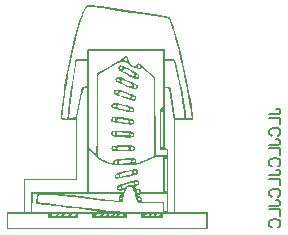
<source format=gbo>
G04 Layer: BottomSilkscreenLayer*
G04 EasyEDA v6.5.39, 2024-01-14 11:16:20*
G04 7225f5b682534d558e40c38ebd35b67e,4e7111fa6b144b4da7037494b399c203,10*
G04 Gerber Generator version 0.2*
G04 Scale: 100 percent, Rotated: No, Reflected: No *
G04 Dimensions in millimeters *
G04 leading zeros omitted , absolute positions ,4 integer and 5 decimal *
%FSLAX45Y45*%
%MOMM*%

%ADD10C,0.1530*%

%LPD*%
G36*
X3278886Y3379978D02*
G01*
X3275076Y3379774D01*
X3272028Y3379317D01*
X3269640Y3378708D01*
X3267659Y3377895D01*
X3266084Y3376879D01*
X3262731Y3373729D01*
X3258769Y3369462D01*
X3253536Y3362299D01*
X3247999Y3353003D01*
X3242157Y3341674D01*
X3236061Y3328415D01*
X3229660Y3313328D01*
X3223107Y3296462D01*
X3216351Y3277971D01*
X3209391Y3257905D01*
X3202330Y3236417D01*
X3195167Y3213608D01*
X3184245Y3177032D01*
X3176879Y3151225D01*
X3167684Y3117596D01*
X3160369Y3089656D01*
X3149447Y3046323D01*
X3142234Y3016656D01*
X3133394Y2978759D01*
X3123082Y2932430D01*
X3114802Y2893364D01*
X3105302Y2846222D01*
X3097834Y2806852D01*
X3092196Y2775508D01*
X3084271Y2728925D01*
X3077921Y2688132D01*
X3071114Y2636570D01*
X3063849Y2574798D01*
X3057144Y2512263D01*
X3051962Y2458466D01*
X3050336Y2437790D01*
X3049320Y2418892D01*
X3060344Y2418892D01*
X3065018Y2462987D01*
X3075940Y2574442D01*
X3080156Y2610612D01*
X3084220Y2641955D01*
X3088843Y2674162D01*
X3094939Y2713837D01*
X3104032Y2768041D01*
X3108960Y2795574D01*
X3116783Y2837180D01*
X3122269Y2864967D01*
X3132277Y2913634D01*
X3139694Y2948178D01*
X3148939Y2989173D01*
X3156813Y3022803D01*
X3173018Y3088081D01*
X3186226Y3137712D01*
X3194558Y3167278D01*
X3202889Y3195624D01*
X3209493Y3217265D01*
X3219399Y3247898D01*
X3225952Y3266998D01*
X3232404Y3284931D01*
X3238754Y3301644D01*
X3245053Y3317138D01*
X3265678Y3363823D01*
X3302914Y3363010D01*
X3312312Y3362451D01*
X3336798Y3360216D01*
X3366109Y3356914D01*
X3396742Y3352800D01*
X3534308Y3332429D01*
X3645458Y3316274D01*
X3736187Y3302101D01*
X3785158Y3294786D01*
X3905656Y3277666D01*
X3919220Y3275380D01*
X3930650Y3273044D01*
X3940251Y3270453D01*
X3944467Y3269030D01*
X3951732Y3265779D01*
X3954881Y3263900D01*
X3957777Y3261867D01*
X3962806Y3257194D01*
X3967073Y3251555D01*
X3970782Y3244850D01*
X3974236Y3236874D01*
X3977589Y3227527D01*
X3991305Y3184652D01*
X4002430Y3147161D01*
X4014470Y3103270D01*
X4028897Y3047695D01*
X4043934Y2987040D01*
X4057497Y2930042D01*
X4071061Y2871368D01*
X4087571Y2797200D01*
X4100118Y2738577D01*
X4114647Y2667965D01*
X4126280Y2608580D01*
X4135120Y2560370D01*
X4142333Y2517597D01*
X4147718Y2481376D01*
X4149598Y2466035D01*
X4154424Y2418892D01*
X4105097Y2418892D01*
X4105046Y2446934D01*
X4104335Y2458770D01*
X4102709Y2474569D01*
X4097070Y2516276D01*
X4088841Y2568346D01*
X4078732Y2626969D01*
X4070299Y2672994D01*
X4060037Y2726537D01*
X4051147Y2770530D01*
X4039717Y2823565D01*
X4034383Y2846578D01*
X4029405Y2866644D01*
X4024884Y2883306D01*
X4020921Y2895955D01*
X4018991Y2901188D01*
X4016959Y2905709D01*
X4014774Y2909620D01*
X4012336Y2912922D01*
X4009542Y2915716D01*
X4006392Y2918002D01*
X4002735Y2919882D01*
X3998569Y2921304D01*
X3993743Y2922422D01*
X3988206Y2923235D01*
X3981907Y2923794D01*
X3966616Y2924302D01*
X3926128Y2924454D01*
X3926128Y3008782D01*
X3272993Y3005683D01*
X3272334Y2990646D01*
X3914190Y2990646D01*
X3914190Y2906369D01*
X3976878Y2906318D01*
X3986174Y2905963D01*
X3993286Y2905302D01*
X3998620Y2904134D01*
X4002481Y2902356D01*
X4005275Y2899918D01*
X4007459Y2896565D01*
X4009999Y2890266D01*
X4013454Y2878632D01*
X4017721Y2861919D01*
X4022648Y2840786D01*
X4033926Y2788005D01*
X4046423Y2725369D01*
X4062171Y2641244D01*
X4073804Y2575610D01*
X4083456Y2517038D01*
X4087266Y2492044D01*
X4090212Y2470810D01*
X4092194Y2453894D01*
X4093108Y2442006D01*
X4093108Y2418892D01*
X4042562Y2418943D01*
X4033164Y2419248D01*
X4026255Y2419908D01*
X4021378Y2421178D01*
X4018026Y2423160D01*
X4015841Y2426106D01*
X4014317Y2430119D01*
X4012234Y2439771D01*
X4005275Y2481529D01*
X3994759Y2547162D01*
X3976014Y2668930D01*
X3973880Y2685186D01*
X3972001Y2686964D01*
X3966870Y2688386D01*
X3959250Y2689352D01*
X3950004Y2689707D01*
X3926128Y2689707D01*
X3926128Y2906369D01*
X3914190Y2906369D01*
X3914190Y2528163D01*
X3884371Y2492400D01*
X3884371Y2313330D01*
X3896309Y2313330D01*
X3896410Y2379878D01*
X3896766Y2420010D01*
X3897477Y2449779D01*
X3897934Y2461310D01*
X3898544Y2470810D01*
X3899306Y2478532D01*
X3900170Y2484678D01*
X3901186Y2489403D01*
X3902405Y2492908D01*
X3903726Y2495448D01*
X3905250Y2497124D01*
X3906824Y2498140D01*
X3907586Y2498242D01*
X3908856Y2497683D01*
X3909466Y2496870D01*
X3910482Y2494178D01*
X3911346Y2489758D01*
X3912108Y2483408D01*
X3913174Y2464003D01*
X3913784Y2434082D01*
X3914089Y2391816D01*
X3914140Y2292451D01*
X3913886Y2247138D01*
X3913327Y2213914D01*
X3912311Y2190953D01*
X3911650Y2182774D01*
X3910888Y2176526D01*
X3909923Y2171954D01*
X3908806Y2168855D01*
X3907536Y2167026D01*
X3926128Y2166924D01*
X3926128Y2677668D01*
X3948734Y2677871D01*
X3952951Y2677718D01*
X3955287Y2677007D01*
X3956405Y2676347D01*
X3958386Y2674264D01*
X3960266Y2670911D01*
X3962095Y2666034D01*
X3963873Y2659329D01*
X3965803Y2650540D01*
X3967886Y2639364D01*
X3972814Y2608732D01*
X4003649Y2400757D01*
X4003649Y1630476D01*
X3956100Y1630476D01*
X3952951Y2163114D01*
X3926128Y2166924D01*
X3907393Y2166924D01*
X3906062Y2166213D01*
X3904437Y2166213D01*
X3902964Y2166975D01*
X3901694Y2168753D01*
X3900576Y2171750D01*
X3899662Y2176119D01*
X3898849Y2182114D01*
X3897629Y2199792D01*
X3896868Y2226411D01*
X3896461Y2263698D01*
X3896309Y2313330D01*
X3884371Y2313330D01*
X3884371Y2154072D01*
X3944010Y2154072D01*
X3944010Y2105914D01*
X3848608Y2105914D01*
X3848049Y2770987D01*
X3802837Y2807512D01*
X3785209Y2822498D01*
X3766972Y2838450D01*
X3730396Y2871673D01*
X3724046Y2877108D01*
X3718610Y2881325D01*
X3713987Y2884322D01*
X3710025Y2886151D01*
X3706520Y2886913D01*
X3703370Y2886608D01*
X3700322Y2885338D01*
X3697325Y2883204D01*
X3694074Y2880156D01*
X3690518Y2876296D01*
X3686251Y2872130D01*
X3681831Y2868879D01*
X3677259Y2866491D01*
X3672636Y2865018D01*
X3667912Y2864408D01*
X3663238Y2864612D01*
X3658565Y2865678D01*
X3653942Y2867507D01*
X3649472Y2870098D01*
X3645154Y2873502D01*
X3641039Y2877616D01*
X3637127Y2882442D01*
X3633520Y2887980D01*
X3630269Y2894177D01*
X3627323Y2901035D01*
X3622294Y2916682D01*
X3619754Y2923794D01*
X3617163Y2930042D01*
X3614572Y2935274D01*
X3611829Y2939643D01*
X3608984Y2943047D01*
X3605987Y2945587D01*
X3602837Y2947162D01*
X3599434Y2947924D01*
X3595827Y2947771D01*
X3591966Y2946704D01*
X3587800Y2944825D01*
X3583279Y2942132D01*
X3578453Y2938576D01*
X3573272Y2934157D01*
X3565651Y2927197D01*
X3559681Y2922473D01*
X3583178Y2922473D01*
X3584448Y2925826D01*
X3587750Y2929331D01*
X3591763Y2931718D01*
X3595928Y2932633D01*
X3599942Y2932176D01*
X3603548Y2930550D01*
X3606393Y2927908D01*
X3608324Y2924505D01*
X3608933Y2920492D01*
X3608070Y2916021D01*
X3604107Y2909265D01*
X3599129Y2906776D01*
X3593287Y2908554D01*
X3586784Y2914599D01*
X3583990Y2918866D01*
X3583178Y2922473D01*
X3559681Y2922473D01*
X3552139Y2917088D01*
X3531158Y2903169D01*
X3504641Y2886659D01*
X3474618Y2868777D01*
X3450894Y2855214D01*
X3354527Y2801061D01*
X3352037Y2395016D01*
X3351276Y2322728D01*
X3350310Y2258212D01*
X3349193Y2203602D01*
X3348024Y2161032D01*
X3346805Y2132533D01*
X3346196Y2124252D01*
X3345484Y2119985D01*
X3343910Y2119579D01*
X3341471Y2120392D01*
X3338169Y2122322D01*
X3334258Y2125268D01*
X3329736Y2129129D01*
X3324860Y2133752D01*
X3319627Y2139086D01*
X3288131Y2175154D01*
X3287877Y2990646D01*
X3272334Y2990646D01*
X3269437Y2924454D01*
X3212846Y2924352D01*
X3195523Y2923540D01*
X3188157Y2922930D01*
X3181908Y2922117D01*
X3177032Y2921254D01*
X3173679Y2920238D01*
X3172053Y2919222D01*
X3170834Y2914700D01*
X3168802Y2904286D01*
X3162808Y2868574D01*
X3154934Y2817672D01*
X3146044Y2757170D01*
X3134614Y2676702D01*
X3126282Y2615234D01*
X3119577Y2562453D01*
X3109620Y2477058D01*
X3105708Y2447340D01*
X3103981Y2437180D01*
X3102254Y2429713D01*
X3100233Y2424176D01*
X3119018Y2424176D01*
X3123234Y2481732D01*
X3126994Y2515768D01*
X3133140Y2565806D01*
X3140913Y2626207D01*
X3151733Y2707690D01*
X3160369Y2770936D01*
X3168243Y2826410D01*
X3174492Y2868422D01*
X3176828Y2882696D01*
X3179368Y2895244D01*
X3180842Y2899308D01*
X3183178Y2902204D01*
X3186836Y2904236D01*
X3192424Y2905455D01*
X3200400Y2906115D01*
X3211322Y2906369D01*
X3269996Y2906369D01*
X3269996Y2690469D01*
X3225241Y2686710D01*
X3177438Y2427935D01*
X3119018Y2424176D01*
X3100233Y2424176D01*
X3098393Y2421178D01*
X3097276Y2420061D01*
X3096056Y2419299D01*
X3094685Y2418791D01*
X3091688Y2418435D01*
X3083763Y2418842D01*
X3049320Y2418892D01*
X3049422Y2415590D01*
X3049981Y2413609D01*
X3051098Y2411933D01*
X3052927Y2410561D01*
X3055569Y2409494D01*
X3059277Y2408631D01*
X3064205Y2407970D01*
X3070402Y2407462D01*
X3087522Y2406954D01*
X3174542Y2406853D01*
X3174542Y1907286D01*
X2733141Y1907286D01*
X2733141Y1630476D01*
X2745079Y1630476D01*
X2745079Y1895297D01*
X3186480Y1895297D01*
X3187649Y2427935D01*
X3220567Y2591917D01*
X3228746Y2630728D01*
X3231997Y2644546D01*
X3234791Y2655112D01*
X3237382Y2662986D01*
X3239871Y2668574D01*
X3242411Y2672232D01*
X3243732Y2673502D01*
X3245104Y2674467D01*
X3248152Y2675686D01*
X3251606Y2676347D01*
X3269996Y2678480D01*
X3269996Y1792935D01*
X3287877Y1792935D01*
X3288131Y2070100D01*
X3288588Y2125776D01*
X3289198Y2152700D01*
X3289401Y2153920D01*
X3296665Y2147417D01*
X3341904Y2103780D01*
X3359353Y2103780D01*
X3362451Y2787599D01*
X3470401Y2850997D01*
X3531006Y2885795D01*
X3557473Y2900324D01*
X3563569Y2903372D01*
X3567887Y2904998D01*
X3571036Y2905302D01*
X3573678Y2904540D01*
X3576523Y2902864D01*
X3580129Y2900375D01*
X3584549Y2898089D01*
X3589985Y2896209D01*
X3595725Y2894939D01*
X3601059Y2894431D01*
X3607003Y2892755D01*
X3614369Y2888183D01*
X3622243Y2881477D01*
X3629660Y2873298D01*
X3633978Y2868117D01*
X3639780Y2862275D01*
X3696360Y2862275D01*
X3696919Y2864916D01*
X3701592Y2868726D01*
X3708298Y2870098D01*
X3714953Y2869031D01*
X3719576Y2865475D01*
X3720337Y2862935D01*
X3720185Y2859633D01*
X3719169Y2855925D01*
X3717442Y2852318D01*
X3714445Y2848406D01*
X3711498Y2847035D01*
X3707841Y2848203D01*
X3702964Y2851810D01*
X3699611Y2855264D01*
X3697325Y2858871D01*
X3696360Y2862275D01*
X3639780Y2862275D01*
X3642207Y2860090D01*
X3646220Y2857195D01*
X3650183Y2854960D01*
X3654247Y2853436D01*
X3658362Y2852521D01*
X3669995Y2851454D01*
X3678174Y2849372D01*
X3686048Y2846273D01*
X3700221Y2837891D01*
X3706774Y2836011D01*
X3713530Y2836621D01*
X3729482Y2842717D01*
X3735679Y2843580D01*
X3741064Y2842209D01*
X3746500Y2838653D01*
X3774795Y2814472D01*
X3836619Y2760929D01*
X3836517Y2329230D01*
X3836111Y2247493D01*
X3835349Y2186482D01*
X3834841Y2163013D01*
X3833469Y2128621D01*
X3832606Y2117090D01*
X3831590Y2108911D01*
X3830472Y2103780D01*
X3829862Y2102307D01*
X3829202Y2101443D01*
X3824833Y2098649D01*
X3817264Y2094585D01*
X3794760Y2083612D01*
X3766616Y2070709D01*
X3731107Y2055215D01*
X3708400Y2046071D01*
X3697986Y2042566D01*
X3690213Y2041093D01*
X3686200Y2042261D01*
X3685082Y2047189D01*
X3686606Y2060854D01*
X3686759Y2064512D01*
X3686606Y2067864D01*
X3686048Y2070811D01*
X3685133Y2073503D01*
X3683762Y2075891D01*
X3681933Y2077923D01*
X3679596Y2079701D01*
X3676700Y2081174D01*
X3673246Y2082393D01*
X3669233Y2083358D01*
X3664559Y2084019D01*
X3659174Y2084476D01*
X3646322Y2084679D01*
X3630422Y2084019D01*
X3611118Y2082596D01*
X3563112Y2078024D01*
X3543960Y2075891D01*
X3528771Y2073859D01*
X3516934Y2071776D01*
X3508044Y2069541D01*
X3504488Y2068322D01*
X3501491Y2067001D01*
X3499002Y2065578D01*
X3496868Y2064054D01*
X3495141Y2062378D01*
X3493668Y2060549D01*
X3491382Y2056384D01*
X3489581Y2052015D01*
X3503574Y2052015D01*
X3505250Y2055266D01*
X3508908Y2057146D01*
X3514547Y2057755D01*
X3520236Y2057146D01*
X3523843Y2055266D01*
X3525520Y2052015D01*
X3525421Y2048916D01*
X3538372Y2048916D01*
X3539032Y2056130D01*
X3541318Y2060702D01*
X3545636Y2063089D01*
X3552444Y2063800D01*
X3560775Y2064105D01*
X3587800Y2066137D01*
X3614623Y2068830D01*
X3623360Y2069490D01*
X3629863Y2069592D01*
X3634384Y2069084D01*
X3637279Y2067864D01*
X3638905Y2065832D01*
X3639667Y2062937D01*
X3639820Y2059076D01*
X3639700Y2057349D01*
X3652672Y2057349D01*
X3652774Y2061768D01*
X3654755Y2067661D01*
X3657803Y2071725D01*
X3661562Y2073960D01*
X3665524Y2074519D01*
X3669334Y2073300D01*
X3672535Y2070404D01*
X3674770Y2065883D01*
X3675634Y2059787D01*
X3674668Y2056688D01*
X3671976Y2054098D01*
X3668064Y2052370D01*
X3663238Y2051761D01*
X3657904Y2052370D01*
X3654399Y2054250D01*
X3652672Y2057349D01*
X3639700Y2057349D01*
X3639565Y2055418D01*
X3638600Y2052472D01*
X3636772Y2050084D01*
X3633774Y2048154D01*
X3629355Y2046579D01*
X3623360Y2045258D01*
X3615486Y2044090D01*
X3583584Y2040432D01*
X3554831Y2036622D01*
X3546246Y2035759D01*
X3541268Y2037080D01*
X3538982Y2041245D01*
X3538372Y2048916D01*
X3525421Y2048916D01*
X3525367Y2047239D01*
X3523894Y2043175D01*
X3521354Y2039823D01*
X3518154Y2037537D01*
X3514547Y2036724D01*
X3510991Y2037537D01*
X3507740Y2039823D01*
X3505250Y2043175D01*
X3503777Y2047239D01*
X3503574Y2052015D01*
X3489581Y2052015D01*
X3488080Y2048459D01*
X3485642Y2043938D01*
X3483406Y2040839D01*
X3481679Y2039721D01*
X3479088Y2040026D01*
X3471113Y2042109D01*
X3460191Y2045970D01*
X3447186Y2051202D01*
X3432962Y2057349D01*
X3418433Y2064004D01*
X3404412Y2070811D01*
X3391814Y2077364D01*
X3381552Y2083206D01*
X3377539Y2085746D01*
X3374440Y2087981D01*
X3372307Y2089861D01*
X3359353Y2103780D01*
X3341904Y2103780D01*
X3361690Y2084882D01*
X3370986Y2076704D01*
X3379470Y2069896D01*
X3387750Y2064257D01*
X3396335Y2059381D01*
X3405682Y2054961D01*
X3416452Y2050643D01*
X3429050Y2046071D01*
X3467811Y2033270D01*
X3487216Y2027936D01*
X3496310Y2026056D01*
X3505454Y2024583D01*
X3515106Y2023465D01*
X3525621Y2022703D01*
X3537407Y2022195D01*
X3566312Y2021789D01*
X3610152Y2021992D01*
X3625443Y2022246D01*
X3639261Y2022754D01*
X3651961Y2023465D01*
X3663645Y2024481D01*
X3674567Y2025853D01*
X3684981Y2027580D01*
X3695039Y2029714D01*
X3704996Y2032355D01*
X3715054Y2035454D01*
X3725367Y2039162D01*
X3736289Y2043480D01*
X3747871Y2048408D01*
X3807714Y2076094D01*
X3821785Y2082088D01*
X3833825Y2086610D01*
X3844442Y2089861D01*
X3854246Y2092045D01*
X3863898Y2093264D01*
X3873957Y2093823D01*
X3914190Y2093874D01*
X3914190Y1913229D01*
X3926128Y1913229D01*
X3926332Y2011121D01*
X3926890Y2048052D01*
X3927398Y2061616D01*
X3928059Y2072335D01*
X3928872Y2080463D01*
X3929837Y2086406D01*
X3931056Y2090369D01*
X3932478Y2092756D01*
X3933291Y2093417D01*
X3934155Y2093772D01*
X3936034Y2093772D01*
X3936898Y2093417D01*
X3938422Y2091740D01*
X3939743Y2088642D01*
X3940810Y2083714D01*
X3941724Y2076704D01*
X3942435Y2067306D01*
X3942994Y2055215D01*
X3943705Y2021687D01*
X3944010Y1973630D01*
X3943807Y1875739D01*
X3943248Y1838807D01*
X3942740Y1825243D01*
X3942079Y1814525D01*
X3941318Y1806346D01*
X3940301Y1800453D01*
X3939082Y1796440D01*
X3938422Y1795068D01*
X3936898Y1793443D01*
X3935069Y1792935D01*
X3933291Y1793443D01*
X3932478Y1794103D01*
X3931056Y1796440D01*
X3929837Y1800453D01*
X3928872Y1806346D01*
X3928059Y1814525D01*
X3927398Y1825243D01*
X3926535Y1855520D01*
X3926128Y1913229D01*
X3914190Y1913229D01*
X3914190Y1792935D01*
X3775811Y1793087D01*
X3755898Y1793443D01*
X3741775Y1794103D01*
X3732428Y1795322D01*
X3729278Y1796135D01*
X3726942Y1797151D01*
X3725316Y1798320D01*
X3724249Y1799691D01*
X3723690Y1801266D01*
X3722827Y1809800D01*
X3721354Y1813814D01*
X3718763Y1817166D01*
X3715105Y1819910D01*
X3710330Y1822094D01*
X3704386Y1823770D01*
X3697224Y1824837D01*
X3688842Y1825447D01*
X3681222Y1826361D01*
X3675887Y1828190D01*
X3672738Y1830832D01*
X3671824Y1834083D01*
X3673094Y1837791D01*
X3676599Y1841703D01*
X3682237Y1845665D01*
X3700221Y1854555D01*
X3706774Y1859788D01*
X3710330Y1865782D01*
X3711397Y1873148D01*
X3711295Y1877568D01*
X3710940Y1881581D01*
X3710381Y1885086D01*
X3709466Y1888185D01*
X3708196Y1890826D01*
X3706520Y1893011D01*
X3704386Y1894789D01*
X3701745Y1896160D01*
X3698544Y1897075D01*
X3694785Y1897583D01*
X3690365Y1897684D01*
X3685235Y1897380D01*
X3672789Y1895500D01*
X3657041Y1891995D01*
X3637635Y1886864D01*
X3590239Y1873199D01*
X3570732Y1867255D01*
X3555237Y1862226D01*
X3543300Y1857857D01*
X3534460Y1853844D01*
X3531006Y1851914D01*
X3528212Y1849983D01*
X3525926Y1848053D01*
X3524148Y1846072D01*
X3522827Y1844039D01*
X3521811Y1841855D01*
X3521151Y1839569D01*
X3520592Y1834438D01*
X3520541Y1831543D01*
X3520878Y1828647D01*
X3533394Y1828647D01*
X3533495Y1833067D01*
X3535476Y1838960D01*
X3538524Y1843024D01*
X3542233Y1845259D01*
X3546195Y1845767D01*
X3550005Y1844598D01*
X3550347Y1844293D01*
X3565956Y1844293D01*
X3566210Y1847240D01*
X3567480Y1849831D01*
X3569970Y1852218D01*
X3573881Y1854504D01*
X3579266Y1856790D01*
X3586429Y1859280D01*
X3609390Y1866087D01*
X3631133Y1871980D01*
X3639362Y1873910D01*
X3646068Y1875129D01*
X3651453Y1875688D01*
X3655669Y1875536D01*
X3658870Y1874774D01*
X3661308Y1873300D01*
X3663257Y1870811D01*
X3676599Y1870811D01*
X3676650Y1875231D01*
X3678631Y1881073D01*
X3681679Y1885137D01*
X3685387Y1887423D01*
X3689350Y1887931D01*
X3693160Y1886712D01*
X3696411Y1883867D01*
X3698646Y1879346D01*
X3699459Y1873199D01*
X3698494Y1870100D01*
X3695801Y1867560D01*
X3691890Y1865833D01*
X3687114Y1865172D01*
X3681780Y1865782D01*
X3678275Y1867662D01*
X3676599Y1870811D01*
X3663257Y1870811D01*
X3664407Y1868424D01*
X3665423Y1865071D01*
X3666794Y1857806D01*
X3664965Y1854250D01*
X3658615Y1853692D01*
X3639769Y1856232D01*
X3633978Y1856536D01*
X3628694Y1856282D01*
X3623614Y1855317D01*
X3618585Y1853692D01*
X3613353Y1851304D01*
X3607765Y1848104D01*
X3592626Y1838096D01*
X3585514Y1833778D01*
X3579926Y1831086D01*
X3575659Y1829968D01*
X3572408Y1830374D01*
X3569970Y1832356D01*
X3568090Y1835861D01*
X3566566Y1840839D01*
X3565956Y1844293D01*
X3550347Y1844293D01*
X3553256Y1841703D01*
X3555492Y1837182D01*
X3556304Y1831086D01*
X3555339Y1827936D01*
X3552698Y1825396D01*
X3548735Y1823669D01*
X3543909Y1823059D01*
X3538575Y1823669D01*
X3535070Y1825548D01*
X3533394Y1828647D01*
X3520878Y1828647D01*
X3521303Y1824989D01*
X3523589Y1819402D01*
X3527247Y1814931D01*
X3532124Y1811528D01*
X3538118Y1809394D01*
X3545128Y1808480D01*
X3552951Y1808937D01*
X3571290Y1813255D01*
X3576929Y1813255D01*
X3579520Y1810512D01*
X3580129Y1803247D01*
X3579622Y1800860D01*
X3578250Y1798878D01*
X3575507Y1797304D01*
X3570935Y1795983D01*
X3564128Y1794967D01*
X3554628Y1794256D01*
X3541979Y1793697D01*
X3505403Y1793087D01*
X3434029Y1792935D01*
X2792831Y1792935D01*
X2792831Y1630476D01*
X2804363Y1630476D01*
X2807716Y1777898D01*
X2847949Y1781810D01*
X2847352Y1777644D01*
X3080461Y1777746D01*
X3084779Y1778304D01*
X3111042Y1779219D01*
X3157423Y1779981D01*
X3219805Y1780489D01*
X3340150Y1780641D01*
X3443884Y1780336D01*
X3481222Y1780032D01*
X3510076Y1779524D01*
X3531311Y1778812D01*
X3545789Y1777898D01*
X3554476Y1776730D01*
X3556914Y1776018D01*
X3558184Y1775256D01*
X3558489Y1774850D01*
X3558286Y1773936D01*
X3557270Y1772920D01*
X3548938Y1767738D01*
X3543554Y1763318D01*
X3539540Y1758696D01*
X3536797Y1753819D01*
X3535375Y1748688D01*
X3535265Y1744827D01*
X3550361Y1744827D01*
X3551072Y1749653D01*
X3553053Y1753463D01*
X3556101Y1755952D01*
X3559962Y1756867D01*
X3563874Y1756257D01*
X3566160Y1754428D01*
X3566871Y1751431D01*
X3565906Y1747316D01*
X3562553Y1737004D01*
X3562299Y1735277D01*
X3561791Y1734312D01*
X3560521Y1733499D01*
X3558641Y1732991D01*
X3556304Y1732788D01*
X3554018Y1733702D01*
X3552088Y1736293D01*
X3550818Y1740154D01*
X3550361Y1744827D01*
X3535265Y1744827D01*
X3535222Y1743303D01*
X3536391Y1737715D01*
X3538880Y1731924D01*
X3540760Y1728114D01*
X3541826Y1725320D01*
X3541826Y1723339D01*
X3540556Y1722120D01*
X3537915Y1721612D01*
X3533648Y1721713D01*
X3474059Y1729130D01*
X3376980Y1740560D01*
X3214471Y1759305D01*
X3141980Y1768246D01*
X3114040Y1771954D01*
X3093618Y1774952D01*
X3082239Y1777034D01*
X3080410Y1777644D01*
X2847352Y1777644D01*
X2842920Y1746656D01*
X2838958Y1722729D01*
X2837533Y1715262D01*
X2852826Y1715262D01*
X2853080Y1722374D01*
X2853944Y1732432D01*
X2855366Y1744421D01*
X2859532Y1774901D01*
X2922981Y1774799D01*
X2946044Y1773936D01*
X2971342Y1772259D01*
X3003194Y1769516D01*
X3043631Y1765554D01*
X3158032Y1752955D01*
X3410254Y1723593D01*
X3473856Y1716430D01*
X3522218Y1711299D01*
X3551580Y1708708D01*
X3556609Y1708962D01*
X3560724Y1709877D01*
X3564128Y1711858D01*
X3567176Y1715363D01*
X3570020Y1720799D01*
X3572916Y1728470D01*
X3576218Y1738884D01*
X3585565Y1770938D01*
X3592880Y1795068D01*
X3598875Y1813763D01*
X3602329Y1823161D01*
X3604615Y1828038D01*
X3607104Y1831848D01*
X3609949Y1834692D01*
X3613353Y1836775D01*
X3617518Y1838248D01*
X3622700Y1839264D01*
X3633622Y1840331D01*
X3641293Y1840484D01*
X3644493Y1840077D01*
X3647389Y1839163D01*
X3649979Y1837689D01*
X3652418Y1835505D01*
X3654755Y1832508D01*
X3657092Y1828546D01*
X3659428Y1823618D01*
X3661918Y1817522D01*
X3666219Y1805228D01*
X3688486Y1805228D01*
X3690162Y1808530D01*
X3693769Y1810410D01*
X3699459Y1811020D01*
X3705148Y1810410D01*
X3708755Y1808530D01*
X3710432Y1805228D01*
X3710279Y1800504D01*
X3708755Y1796389D01*
X3706266Y1793036D01*
X3703015Y1790801D01*
X3699459Y1789938D01*
X3695903Y1790801D01*
X3692651Y1793036D01*
X3690162Y1796389D01*
X3688638Y1800504D01*
X3688486Y1805228D01*
X3666219Y1805228D01*
X3670757Y1791360D01*
X3678107Y1767738D01*
X3690518Y1767738D01*
X3709111Y1774901D01*
X3714496Y1776018D01*
X3722115Y1777034D01*
X3743401Y1778762D01*
X3771696Y1779981D01*
X3805631Y1780743D01*
X3824325Y1780895D01*
X3944010Y1780895D01*
X3943908Y1675384D01*
X3943451Y1654556D01*
X3942994Y1647088D01*
X3942283Y1641348D01*
X3941368Y1637131D01*
X3940200Y1634134D01*
X3938727Y1632204D01*
X3936898Y1631086D01*
X3934714Y1630578D01*
X3932123Y1630476D01*
X3928516Y1630680D01*
X3925671Y1631696D01*
X3923588Y1633728D01*
X3922064Y1637233D01*
X3921099Y1642516D01*
X3920490Y1649933D01*
X3920134Y1672589D01*
X3920134Y1714703D01*
X3732123Y1714703D01*
X3732225Y1734210D01*
X3732072Y1739950D01*
X3731564Y1744624D01*
X3730447Y1748434D01*
X3728618Y1751533D01*
X3725976Y1754124D01*
X3722319Y1756410D01*
X3717493Y1758543D01*
X3690518Y1767738D01*
X3678107Y1767738D01*
X3686843Y1739544D01*
X3699459Y1739544D01*
X3700373Y1741576D01*
X3702964Y1743252D01*
X3706723Y1744370D01*
X3711397Y1744827D01*
X3718610Y1742846D01*
X3722776Y1737918D01*
X3723233Y1731416D01*
X3719423Y1724812D01*
X3714394Y1724050D01*
X3707739Y1727504D01*
X3701948Y1733245D01*
X3699459Y1739544D01*
X3686843Y1739544D01*
X3697325Y1705711D01*
X3908247Y1702409D01*
X3908247Y1630476D01*
X3636518Y1630578D01*
X3589121Y1630984D01*
X3568242Y1631391D01*
X3539032Y1632407D01*
X3520186Y1633321D01*
X3496513Y1634896D01*
X3455873Y1638401D01*
X3408375Y1643380D01*
X3349904Y1650034D01*
X3184956Y1669643D01*
X3035249Y1687830D01*
X2928061Y1701292D01*
X2891485Y1706168D01*
X2859176Y1710893D01*
X2853334Y1712214D01*
X2852826Y1715262D01*
X2837533Y1715262D01*
X2836468Y1710182D01*
X2835554Y1704035D01*
X2836164Y1699818D01*
X2838450Y1697431D01*
X2842412Y1696669D01*
X2853182Y1695754D01*
X2906776Y1689607D01*
X3030118Y1674418D01*
X3117291Y1664716D01*
X3178454Y1657553D01*
X3276193Y1645462D01*
X3335426Y1637741D01*
X3381959Y1631340D01*
X3409035Y1627124D01*
X3413150Y1626107D01*
X3412794Y1625498D01*
X3410559Y1625092D01*
X3401415Y1624888D01*
X3387039Y1625396D01*
X3365195Y1626870D01*
X3339236Y1627886D01*
X3298342Y1628749D01*
X3245561Y1629511D01*
X3183788Y1630070D01*
X3116072Y1630375D01*
X2733141Y1630476D01*
X2733141Y1624431D01*
X2589987Y1624431D01*
X2589987Y1612392D01*
X2941929Y1612392D01*
X2941929Y1598726D01*
X2968599Y1598726D01*
X2971749Y1603349D01*
X2976067Y1606854D01*
X2982264Y1609750D01*
X2989529Y1611680D01*
X2997047Y1612392D01*
X3005988Y1612087D01*
X3010357Y1610766D01*
X3010712Y1608023D01*
X3007563Y1603349D01*
X3003245Y1599844D01*
X2997047Y1596999D01*
X2992042Y1595678D01*
X3021177Y1595678D01*
X3022142Y1598218D01*
X3028035Y1603248D01*
X3033572Y1606956D01*
X3039414Y1609648D01*
X3045155Y1611426D01*
X3050438Y1612188D01*
X3054959Y1611884D01*
X3058210Y1610614D01*
X3059938Y1608277D01*
X3059734Y1604873D01*
X3057194Y1601825D01*
X3052013Y1599082D01*
X3050844Y1598726D01*
X3075940Y1598726D01*
X3079140Y1603349D01*
X3083407Y1606854D01*
X3089605Y1609750D01*
X3096920Y1611680D01*
X3104438Y1612392D01*
X3113379Y1612087D01*
X3117748Y1610766D01*
X3118053Y1608023D01*
X3114903Y1603349D01*
X3110585Y1599844D01*
X3104388Y1596999D01*
X3099799Y1595780D01*
X3129076Y1595780D01*
X3129635Y1598320D01*
X3135426Y1603298D01*
X3141268Y1607007D01*
X3147771Y1609750D01*
X3154476Y1611528D01*
X3160877Y1612290D01*
X3166465Y1612036D01*
X3170682Y1610715D01*
X3173069Y1608328D01*
X3173120Y1604873D01*
X3170275Y1601825D01*
X3164484Y1599082D01*
X3156508Y1596999D01*
X3147212Y1595780D01*
X3134614Y1595120D01*
X3129076Y1595780D01*
X3099799Y1595780D01*
X3097123Y1595069D01*
X3089605Y1594358D01*
X3080613Y1594662D01*
X3076244Y1595983D01*
X3075940Y1598726D01*
X3050844Y1598726D01*
X3045002Y1596948D01*
X3036925Y1595729D01*
X3025851Y1595069D01*
X3021177Y1595678D01*
X2992042Y1595678D01*
X2989732Y1595069D01*
X2982214Y1594358D01*
X2973273Y1594662D01*
X2968904Y1595983D01*
X2968599Y1598726D01*
X2941929Y1598726D01*
X2941929Y1576273D01*
X3192424Y1576273D01*
X3192424Y1612392D01*
X3310991Y1612392D01*
X3312826Y1595780D01*
X3343808Y1595780D01*
X3344367Y1598320D01*
X3350158Y1603298D01*
X3356000Y1607007D01*
X3362502Y1609750D01*
X3369259Y1611528D01*
X3375609Y1612290D01*
X3381197Y1612036D01*
X3385413Y1610715D01*
X3387801Y1608328D01*
X3387851Y1604873D01*
X3385058Y1601825D01*
X3379215Y1599082D01*
X3371240Y1596999D01*
X3363493Y1595983D01*
X3403854Y1595983D01*
X3403955Y1598726D01*
X3407156Y1603349D01*
X3411270Y1606854D01*
X3416808Y1609750D01*
X3423158Y1611680D01*
X3429558Y1612392D01*
X3436874Y1612087D01*
X3440328Y1610766D01*
X3440277Y1607972D01*
X3437026Y1603349D01*
X3432962Y1599844D01*
X3427374Y1596999D01*
X3424390Y1596085D01*
X3450691Y1596085D01*
X3451555Y1598879D01*
X3454908Y1603349D01*
X3458464Y1606702D01*
X3462934Y1609293D01*
X3467862Y1611122D01*
X3472840Y1612138D01*
X3477412Y1612290D01*
X3481171Y1611528D01*
X3483762Y1609801D01*
X3484727Y1607007D01*
X3482238Y1602435D01*
X3475786Y1598371D01*
X3468530Y1596034D01*
X3492449Y1596034D01*
X3494532Y1598726D01*
X3500018Y1603197D01*
X3509670Y1609140D01*
X3518154Y1611884D01*
X3524199Y1611223D01*
X3526485Y1607007D01*
X3523996Y1602435D01*
X3517493Y1598371D01*
X3508830Y1595628D01*
X3534460Y1595628D01*
X3535730Y1598269D01*
X3541776Y1603197D01*
X3547364Y1606651D01*
X3554069Y1609496D01*
X3561079Y1611426D01*
X3567480Y1612188D01*
X3574440Y1611985D01*
X3577640Y1610715D01*
X3577437Y1607972D01*
X3574186Y1603349D01*
X3569868Y1599844D01*
X3563569Y1596999D01*
X3556152Y1595069D01*
X3548481Y1594358D01*
X3538524Y1594561D01*
X3534460Y1595628D01*
X3508830Y1595628D01*
X3498037Y1594358D01*
X3493617Y1594713D01*
X3492449Y1596034D01*
X3468530Y1596034D01*
X3466795Y1595475D01*
X3456635Y1594358D01*
X3452368Y1594713D01*
X3450691Y1596085D01*
X3424390Y1596085D01*
X3421075Y1595069D01*
X3414674Y1594358D01*
X3407308Y1594662D01*
X3403854Y1595983D01*
X3363493Y1595983D01*
X3349345Y1595120D01*
X3343808Y1595780D01*
X3312826Y1595780D01*
X3314750Y1579321D01*
X3604006Y1576070D01*
X3604006Y1612392D01*
X3729278Y1612392D01*
X3729278Y1606397D01*
X3741216Y1606397D01*
X3741724Y1608734D01*
X3743045Y1610614D01*
X3745077Y1611934D01*
X3747515Y1612392D01*
X3749700Y1611934D01*
X3750919Y1610614D01*
X3751072Y1608734D01*
X3750157Y1606397D01*
X3748532Y1604060D01*
X3746804Y1602130D01*
X3745179Y1600860D01*
X3743858Y1600352D01*
X3742842Y1600860D01*
X3741978Y1602130D01*
X3741420Y1604060D01*
X3741216Y1606397D01*
X3729278Y1606397D01*
X3729278Y1595932D01*
X3759911Y1595932D01*
X3761536Y1598574D01*
X3767734Y1603552D01*
X3773982Y1607616D01*
X3780231Y1610512D01*
X3786124Y1612188D01*
X3791204Y1612747D01*
X3795064Y1612138D01*
X3797249Y1610360D01*
X3797300Y1607464D01*
X3794912Y1603349D01*
X3790797Y1599895D01*
X3785057Y1597050D01*
X3780952Y1595882D01*
X3807053Y1595882D01*
X3809085Y1598523D01*
X3815435Y1603552D01*
X3821379Y1607566D01*
X3826967Y1610461D01*
X3831894Y1612138D01*
X3835857Y1612696D01*
X3838651Y1612087D01*
X3839870Y1610309D01*
X3839311Y1607413D01*
X3836619Y1603349D01*
X3832758Y1599895D01*
X3827678Y1597050D01*
X3821578Y1595120D01*
X3850233Y1595120D01*
X3851351Y1597660D01*
X3857548Y1602790D01*
X3863187Y1606499D01*
X3869029Y1609293D01*
X3874719Y1611122D01*
X3879900Y1611934D01*
X3884269Y1611782D01*
X3887470Y1610563D01*
X3889095Y1608277D01*
X3888892Y1604873D01*
X3886352Y1601825D01*
X3881170Y1599031D01*
X3874109Y1596796D01*
X3865981Y1595475D01*
X3854907Y1594612D01*
X3850233Y1595120D01*
X3821578Y1595120D01*
X3816502Y1594561D01*
X3809492Y1594815D01*
X3807053Y1595882D01*
X3780952Y1595882D01*
X3778453Y1595170D01*
X3771798Y1594561D01*
X3763213Y1594815D01*
X3759911Y1595932D01*
X3729278Y1595932D01*
X3729278Y1576273D01*
X3914190Y1576273D01*
X3914190Y1612392D01*
X4278071Y1612392D01*
X4278071Y1492046D01*
X2601925Y1492046D01*
X2601925Y1612392D01*
X2589987Y1612392D01*
X2589987Y1480007D01*
X4290009Y1480007D01*
X4290009Y1624431D01*
X4015638Y1624431D01*
X4015638Y2406853D01*
X4164736Y2406853D01*
X4164685Y2436622D01*
X4164076Y2449677D01*
X4162704Y2465476D01*
X4160621Y2483713D01*
X4157827Y2504287D01*
X4154373Y2526995D01*
X4145737Y2577998D01*
X4135018Y2635300D01*
X4122572Y2697378D01*
X4107027Y2771089D01*
X4090162Y2846882D01*
X4080459Y2889097D01*
X4068622Y2939237D01*
X4052773Y3004159D01*
X4037126Y3065526D01*
X4022090Y3121914D01*
X4007916Y3171748D01*
X4001312Y3193745D01*
X3995064Y3213557D01*
X3989171Y3231032D01*
X3983786Y3245916D01*
X3978859Y3258058D01*
X3974439Y3267303D01*
X3972458Y3270758D01*
X3970629Y3273450D01*
X3968953Y3275279D01*
X3967429Y3276295D01*
X3962044Y3278581D01*
X3953764Y3281121D01*
X3942842Y3283813D01*
X3929430Y3286658D01*
X3913835Y3289604D01*
X3896207Y3292601D01*
X3709924Y3319729D01*
X3388156Y3367125D01*
X3352647Y3372205D01*
X3325063Y3375914D01*
X3304286Y3378352D01*
X3289249Y3379673D01*
G37*
G36*
X3552393Y2869133D02*
G01*
X3549345Y2868828D01*
X3546601Y2868015D01*
X3544112Y2866796D01*
X3541826Y2865120D01*
X3536899Y2860141D01*
X3534664Y2857296D01*
X3532936Y2854553D01*
X3531717Y2851810D01*
X3531057Y2849118D01*
X3530955Y2846374D01*
X3531412Y2843580D01*
X3532479Y2840736D01*
X3533038Y2839770D01*
X3545332Y2839770D01*
X3545433Y2844190D01*
X3547414Y2850083D01*
X3550462Y2854147D01*
X3554171Y2856382D01*
X3558133Y2856890D01*
X3561943Y2855722D01*
X3565144Y2852826D01*
X3567379Y2848305D01*
X3568242Y2842209D01*
X3567277Y2839059D01*
X3564585Y2836519D01*
X3560673Y2834792D01*
X3555898Y2834182D01*
X3550513Y2834792D01*
X3547008Y2836672D01*
X3545332Y2839770D01*
X3533038Y2839770D01*
X3534156Y2837840D01*
X3536492Y2834792D01*
X3539439Y2831642D01*
X3543147Y2828340D01*
X3547516Y2824835D01*
X3554189Y2820060D01*
X3575710Y2820060D01*
X3576065Y2823260D01*
X3576878Y2827680D01*
X3580028Y2839821D01*
X3581146Y2842107D01*
X3582568Y2843682D01*
X3584498Y2844393D01*
X3587191Y2844292D01*
X3590798Y2843276D01*
X3595522Y2841345D01*
X3609086Y2834538D01*
X3638499Y2818536D01*
X3646424Y2813761D01*
X3653231Y2809290D01*
X3658819Y2805125D01*
X3663238Y2801264D01*
X3666439Y2797708D01*
X3668522Y2794406D01*
X3669436Y2791460D01*
X3669131Y2788767D01*
X3667709Y2786329D01*
X3665118Y2784246D01*
X3661308Y2782417D01*
X3659479Y2782316D01*
X3656380Y2782874D01*
X3647084Y2785668D01*
X3634740Y2790190D01*
X3620770Y2795879D01*
X3606546Y2802128D01*
X3593388Y2808376D01*
X3582771Y2814066D01*
X3578758Y2816504D01*
X3575913Y2818587D01*
X3575710Y2820060D01*
X3554189Y2820060D01*
X3565042Y2812999D01*
X3580637Y2803804D01*
X3599535Y2793288D01*
X3635845Y2773883D01*
X3678580Y2773883D01*
X3679444Y2777540D01*
X3681831Y2780842D01*
X3685286Y2783433D01*
X3689553Y2784957D01*
X3694531Y2785364D01*
X3697579Y2784094D01*
X3698798Y2781046D01*
X3698443Y2776016D01*
X3696868Y2771648D01*
X3694277Y2768346D01*
X3691026Y2766161D01*
X3687572Y2765196D01*
X3684219Y2765450D01*
X3681323Y2766923D01*
X3679342Y2769768D01*
X3678580Y2773883D01*
X3635845Y2773883D01*
X3647236Y2768092D01*
X3661105Y2761538D01*
X3672433Y2756763D01*
X3681628Y2753715D01*
X3685540Y2752750D01*
X3688994Y2752242D01*
X3692093Y2752090D01*
X3694836Y2752293D01*
X3697274Y2752852D01*
X3699459Y2753715D01*
X3701389Y2754884D01*
X3703218Y2756408D01*
X3707333Y2761437D01*
X3709314Y2764536D01*
X3710838Y2767584D01*
X3711803Y2770530D01*
X3712210Y2773476D01*
X3712108Y2776423D01*
X3711346Y2779420D01*
X3710025Y2782417D01*
X3708044Y2785516D01*
X3705351Y2788716D01*
X3702050Y2792069D01*
X3697986Y2795524D01*
X3687622Y2803093D01*
X3674110Y2811576D01*
X3657244Y2821178D01*
X3636873Y2832201D01*
X3611727Y2845358D01*
X3591864Y2855315D01*
X3576421Y2862427D01*
X3570173Y2865018D01*
X3564737Y2866898D01*
X3560013Y2868218D01*
X3555949Y2868930D01*
G37*
G36*
X3532378Y2773019D02*
G01*
X3529228Y2772460D01*
X3526383Y2771292D01*
X3523640Y2769565D01*
X3520897Y2767330D01*
X3517950Y2764536D01*
X3513734Y2759608D01*
X3510838Y2754884D01*
X3509365Y2750261D01*
X3509313Y2748737D01*
X3523538Y2748737D01*
X3524250Y2752699D01*
X3528314Y2759354D01*
X3533292Y2761589D01*
X3538220Y2759354D01*
X3542334Y2752648D01*
X3543909Y2745028D01*
X3542131Y2740152D01*
X3537305Y2738323D01*
X3529787Y2739898D01*
X3526434Y2742031D01*
X3524300Y2745079D01*
X3523538Y2748737D01*
X3509313Y2748737D01*
X3509213Y2745790D01*
X3510483Y2741422D01*
X3513124Y2737154D01*
X3517137Y2732989D01*
X3519040Y2731566D01*
X3558082Y2731566D01*
X3558082Y2734056D01*
X3558692Y2736799D01*
X3561842Y2745079D01*
X3563010Y2746806D01*
X3564483Y2747924D01*
X3566515Y2748381D01*
X3569258Y2748178D01*
X3572865Y2747264D01*
X3577640Y2745536D01*
X3591204Y2739745D01*
X3621481Y2725775D01*
X3629863Y2721457D01*
X3636822Y2717444D01*
X3642360Y2713786D01*
X3646576Y2710281D01*
X3649472Y2707030D01*
X3651199Y2703931D01*
X3651758Y2700883D01*
X3651605Y2697581D01*
X3651148Y2694838D01*
X3650234Y2692806D01*
X3648760Y2691434D01*
X3646576Y2690672D01*
X3643629Y2690672D01*
X3639718Y2691333D01*
X3634790Y2692654D01*
X3621379Y2697530D01*
X3602329Y2705303D01*
X3583584Y2713380D01*
X3570630Y2719578D01*
X3566058Y2722219D01*
X3562654Y2724607D01*
X3560267Y2726944D01*
X3558794Y2729179D01*
X3558082Y2731566D01*
X3519040Y2731566D01*
X3522573Y2728925D01*
X3528060Y2725724D01*
X3536340Y2721508D01*
X3559098Y2710992D01*
X3587089Y2698902D01*
X3609361Y2689707D01*
X3663645Y2689707D01*
X3664356Y2694381D01*
X3666185Y2698242D01*
X3668928Y2700832D01*
X3672281Y2701747D01*
X3679342Y2700070D01*
X3684219Y2695803D01*
X3686200Y2689961D01*
X3684574Y2683713D01*
X3681780Y2680411D01*
X3678580Y2678430D01*
X3675126Y2677668D01*
X3671671Y2678074D01*
X3668572Y2679547D01*
X3666032Y2682036D01*
X3664305Y2685440D01*
X3663645Y2689707D01*
X3609361Y2689707D01*
X3637279Y2678582D01*
X3660190Y2670149D01*
X3668572Y2667457D01*
X3674211Y2665984D01*
X3675887Y2665780D01*
X3680358Y2666238D01*
X3684676Y2667711D01*
X3688689Y2670098D01*
X3692245Y2673146D01*
X3695192Y2676855D01*
X3697478Y2681020D01*
X3698951Y2685542D01*
X3699459Y2690215D01*
X3699154Y2693822D01*
X3697935Y2697276D01*
X3696970Y2699004D01*
X3695649Y2700782D01*
X3691890Y2704439D01*
X3686352Y2708402D01*
X3678834Y2712923D01*
X3668979Y2718104D01*
X3656431Y2724099D01*
X3641039Y2731109D01*
X3600196Y2748838D01*
X3574186Y2759862D01*
X3557270Y2766771D01*
X3544874Y2771140D01*
X3540048Y2772359D01*
X3535934Y2772968D01*
G37*
G36*
X3513378Y2664155D02*
G01*
X3510178Y2663901D01*
X3507384Y2663342D01*
X3504946Y2662428D01*
X3502863Y2661259D01*
X3501034Y2659786D01*
X3499459Y2658008D01*
X3497986Y2655925D01*
X3495040Y2650286D01*
X3493820Y2647137D01*
X3493109Y2644140D01*
X3492836Y2641549D01*
X3508603Y2641549D01*
X3509213Y2645867D01*
X3510940Y2649270D01*
X3513480Y2651760D01*
X3516579Y2653233D01*
X3520033Y2653639D01*
X3523487Y2652877D01*
X3526688Y2650896D01*
X3529482Y2647594D01*
X3531158Y2641346D01*
X3529177Y2635504D01*
X3524250Y2631186D01*
X3517188Y2629560D01*
X3513836Y2630474D01*
X3511143Y2633065D01*
X3509264Y2636875D01*
X3508603Y2641549D01*
X3492836Y2641549D01*
X3493058Y2638501D01*
X3493820Y2635758D01*
X3495141Y2633167D01*
X3497021Y2630576D01*
X3499561Y2627985D01*
X3502761Y2625394D01*
X3508117Y2621889D01*
X3539490Y2621889D01*
X3539998Y2624886D01*
X3541115Y2628950D01*
X3542741Y2633726D01*
X3544366Y2637586D01*
X3546195Y2640330D01*
X3548786Y2641904D01*
X3552748Y2642260D01*
X3558641Y2641447D01*
X3567023Y2639364D01*
X3593592Y2631389D01*
X3609035Y2626207D01*
X3615639Y2623667D01*
X3626612Y2618638D01*
X3630929Y2616200D01*
X3634536Y2613812D01*
X3637330Y2611475D01*
X3639362Y2609189D01*
X3640582Y2607005D01*
X3641039Y2604871D01*
X3640683Y2602839D01*
X3639515Y2600909D01*
X3637534Y2599080D01*
X3634689Y2597302D01*
X3631082Y2595676D01*
X3628999Y2595473D01*
X3625545Y2595727D01*
X3615131Y2597505D01*
X3601415Y2600604D01*
X3585972Y2604617D01*
X3570478Y2608986D01*
X3556558Y2613406D01*
X3545789Y2617368D01*
X3542080Y2619044D01*
X3539794Y2620467D01*
X3539490Y2621889D01*
X3508117Y2621889D01*
X3516528Y2617368D01*
X3529482Y2611628D01*
X3545789Y2605328D01*
X3565601Y2598267D01*
X3579990Y2593441D01*
X3651758Y2593441D01*
X3652367Y2597708D01*
X3654094Y2601112D01*
X3656634Y2603601D01*
X3659733Y2605074D01*
X3663137Y2605481D01*
X3666591Y2604719D01*
X3669842Y2602738D01*
X3672586Y2599436D01*
X3674262Y2593187D01*
X3672281Y2587345D01*
X3667404Y2583078D01*
X3660343Y2581402D01*
X3656990Y2582316D01*
X3654298Y2584907D01*
X3652418Y2588768D01*
X3651758Y2593441D01*
X3579990Y2593441D01*
X3619703Y2580487D01*
X3635501Y2575864D01*
X3648049Y2572664D01*
X3657904Y2570937D01*
X3661968Y2570581D01*
X3665474Y2570530D01*
X3668522Y2570835D01*
X3671214Y2571496D01*
X3673500Y2572410D01*
X3675481Y2573680D01*
X3677259Y2575204D01*
X3680307Y2579217D01*
X3683457Y2585212D01*
X3684879Y2588615D01*
X3685895Y2591816D01*
X3686454Y2594813D01*
X3686505Y2597658D01*
X3686048Y2600350D01*
X3685032Y2602992D01*
X3683457Y2605532D01*
X3681222Y2608021D01*
X3678326Y2610510D01*
X3674719Y2612999D01*
X3670401Y2615539D01*
X3665321Y2618130D01*
X3652723Y2623566D01*
X3636670Y2629560D01*
X3616858Y2636316D01*
X3570782Y2651099D01*
X3552596Y2656484D01*
X3537864Y2660446D01*
X3526180Y2662936D01*
X3521354Y2663698D01*
X3517087Y2664104D01*
G37*
G36*
X3497935Y2550210D02*
G01*
X3493617Y2549804D01*
X3490010Y2548991D01*
X3486962Y2547823D01*
X3484372Y2546248D01*
X3482238Y2544267D01*
X3480358Y2541981D01*
X3477006Y2535631D01*
X3475634Y2532278D01*
X3475174Y2530602D01*
X3490671Y2530602D01*
X3493160Y2536545D01*
X3499104Y2539034D01*
X3506114Y2537815D01*
X3511905Y2532735D01*
X3512972Y2529687D01*
X3512921Y2526284D01*
X3511854Y2522931D01*
X3510849Y2521508D01*
X3526485Y2521508D01*
X3526637Y2524658D01*
X3527196Y2527300D01*
X3528314Y2529332D01*
X3530142Y2530856D01*
X3532733Y2531770D01*
X3536289Y2532176D01*
X3540912Y2532024D01*
X3546703Y2531364D01*
X3553866Y2530144D01*
X3572713Y2526080D01*
X3595115Y2520645D01*
X3603498Y2518257D01*
X3610000Y2515971D01*
X3614877Y2513685D01*
X3618280Y2511247D01*
X3620414Y2508554D01*
X3621582Y2505506D01*
X3621887Y2501900D01*
X3621176Y2495346D01*
X3620600Y2494788D01*
X3633876Y2494788D01*
X3634790Y2498039D01*
X3637381Y2500680D01*
X3641140Y2502509D01*
X3645763Y2503170D01*
X3652926Y2501188D01*
X3657092Y2496312D01*
X3657752Y2489911D01*
X3654145Y2483510D01*
X3648557Y2481529D01*
X3641851Y2483510D01*
X3636213Y2488336D01*
X3633876Y2494788D01*
X3620600Y2494788D01*
X3617823Y2492095D01*
X3610152Y2491536D01*
X3596538Y2493162D01*
X3574491Y2496870D01*
X3565093Y2498801D01*
X3556762Y2500884D01*
X3549497Y2503017D01*
X3543300Y2505252D01*
X3538067Y2507640D01*
X3533851Y2510129D01*
X3530600Y2512771D01*
X3528314Y2515514D01*
X3526942Y2518410D01*
X3526485Y2521508D01*
X3510849Y2521508D01*
X3509772Y2519984D01*
X3503625Y2516784D01*
X3497427Y2518054D01*
X3492601Y2522880D01*
X3490671Y2530602D01*
X3475174Y2530602D01*
X3474770Y2529128D01*
X3474415Y2526131D01*
X3474567Y2523337D01*
X3475329Y2520696D01*
X3476701Y2518156D01*
X3478682Y2515717D01*
X3481374Y2513380D01*
X3484778Y2511094D01*
X3488944Y2508859D01*
X3493922Y2506624D01*
X3506368Y2502103D01*
X3522370Y2497429D01*
X3542284Y2492400D01*
X3566363Y2486761D01*
X3590848Y2481427D01*
X3611168Y2477363D01*
X3627831Y2474620D01*
X3641039Y2473198D01*
X3646525Y2472994D01*
X3651300Y2473147D01*
X3655364Y2473655D01*
X3658819Y2474518D01*
X3661714Y2475738D01*
X3664102Y2477312D01*
X3665982Y2479243D01*
X3667404Y2481529D01*
X3668420Y2484221D01*
X3669131Y2487269D01*
X3669639Y2494483D01*
X3669487Y2497785D01*
X3669080Y2500833D01*
X3668268Y2503627D01*
X3666947Y2506218D01*
X3665067Y2508605D01*
X3662527Y2510891D01*
X3659225Y2513076D01*
X3655060Y2515260D01*
X3649929Y2517394D01*
X3643782Y2519578D01*
X3628034Y2524252D01*
X3607104Y2529586D01*
X3580129Y2535986D01*
X3553510Y2541981D01*
X3532174Y2546350D01*
X3515563Y2549093D01*
X3508806Y2549855D01*
X3502964Y2550210D01*
G37*
G36*
X3505606Y2435707D02*
G01*
X3500882Y2435656D01*
X3496919Y2435352D01*
X3493668Y2434742D01*
X3490874Y2433828D01*
X3488436Y2432659D01*
X3484219Y2429459D01*
X3482187Y2427478D01*
X3478682Y2423160D01*
X3475990Y2418283D01*
X3474110Y2413050D01*
X3473145Y2407818D01*
X3473117Y2406446D01*
X3485692Y2406446D01*
X3485743Y2410866D01*
X3487724Y2416759D01*
X3490823Y2420772D01*
X3494532Y2423058D01*
X3498494Y2423566D01*
X3502304Y2422347D01*
X3505504Y2419502D01*
X3507790Y2414981D01*
X3508603Y2408834D01*
X3507638Y2405735D01*
X3505053Y2403297D01*
X3521659Y2403297D01*
X3521710Y2406040D01*
X3523386Y2409342D01*
X3526840Y2412238D01*
X3531717Y2414524D01*
X3537813Y2416251D01*
X3544773Y2417267D01*
X3552393Y2417572D01*
X3560318Y2417064D01*
X3599535Y2410002D01*
X3610203Y2407666D01*
X3617112Y2404567D01*
X3620820Y2400350D01*
X3621794Y2395067D01*
X3634790Y2395067D01*
X3636467Y2398318D01*
X3640124Y2400249D01*
X3645763Y2400808D01*
X3651453Y2400249D01*
X3655060Y2398318D01*
X3656736Y2395067D01*
X3656584Y2390292D01*
X3655110Y2386228D01*
X3652570Y2382875D01*
X3649370Y2380589D01*
X3645763Y2379776D01*
X3642207Y2380589D01*
X3638956Y2382875D01*
X3636467Y2386228D01*
X3634994Y2390292D01*
X3634790Y2395067D01*
X3621794Y2395067D01*
X3621684Y2391359D01*
X3620973Y2388666D01*
X3619601Y2386533D01*
X3617468Y2384907D01*
X3614420Y2383790D01*
X3610406Y2383180D01*
X3605225Y2383078D01*
X3598773Y2383434D01*
X3590950Y2384247D01*
X3570681Y2387295D01*
X3547719Y2391359D01*
X3539439Y2393188D01*
X3532936Y2394966D01*
X3528060Y2396794D01*
X3524656Y2398776D01*
X3522573Y2400909D01*
X3521659Y2403297D01*
X3504946Y2403195D01*
X3501034Y2401468D01*
X3496208Y2400808D01*
X3490874Y2401468D01*
X3487369Y2403297D01*
X3485692Y2406446D01*
X3473117Y2406446D01*
X3473043Y2402840D01*
X3473907Y2398369D01*
X3475685Y2394661D01*
X3478479Y2391968D01*
X3481324Y2391003D01*
X3496005Y2387854D01*
X3520186Y2383434D01*
X3550920Y2378405D01*
X3592728Y2372106D01*
X3613302Y2369464D01*
X3629863Y2367889D01*
X3642868Y2367432D01*
X3648201Y2367635D01*
X3652774Y2368194D01*
X3656685Y2369007D01*
X3659936Y2370175D01*
X3662629Y2371699D01*
X3664813Y2373528D01*
X3666490Y2375712D01*
X3667760Y2378252D01*
X3668623Y2381148D01*
X3669233Y2384450D01*
X3669639Y2392172D01*
X3669284Y2398674D01*
X3668674Y2401417D01*
X3667658Y2403856D01*
X3666134Y2406040D01*
X3664000Y2408021D01*
X3661156Y2409850D01*
X3657447Y2411526D01*
X3652875Y2413152D01*
X3647287Y2414727D01*
X3632606Y2417826D01*
X3612642Y2421280D01*
X3557320Y2429764D01*
X3534714Y2432913D01*
X3517798Y2434894D01*
G37*
G36*
X3527247Y2315006D02*
G01*
X3513175Y2314702D01*
X3501542Y2313889D01*
X3492246Y2312517D01*
X3488385Y2311654D01*
X3485032Y2310638D01*
X3482136Y2309418D01*
X3479749Y2308098D01*
X3477768Y2306574D01*
X3476142Y2304897D01*
X3474923Y2303068D01*
X3474059Y2301036D01*
X3473551Y2298852D01*
X3473297Y2296414D01*
X3473653Y2291080D01*
X3474612Y2286050D01*
X3485692Y2286050D01*
X3485743Y2290521D01*
X3487724Y2296363D01*
X3490823Y2300427D01*
X3494532Y2302662D01*
X3498494Y2303221D01*
X3502304Y2302002D01*
X3505504Y2299106D01*
X3506095Y2297938D01*
X3521201Y2297938D01*
X3523081Y2301849D01*
X3527907Y2303475D01*
X3536492Y2303373D01*
X3597554Y2299360D01*
X3605428Y2298547D01*
X3611473Y2297531D01*
X3615842Y2296160D01*
X3618839Y2294432D01*
X3620719Y2292248D01*
X3621633Y2289454D01*
X3621887Y2285949D01*
X3621689Y2282342D01*
X3635197Y2282342D01*
X3636416Y2285796D01*
X3641598Y2290470D01*
X3648506Y2292299D01*
X3655314Y2291232D01*
X3660292Y2287168D01*
X3660952Y2284577D01*
X3660343Y2281529D01*
X3658615Y2278380D01*
X3655923Y2275484D01*
X3652215Y2273300D01*
X3648201Y2272487D01*
X3644188Y2272842D01*
X3640531Y2274163D01*
X3637584Y2276348D01*
X3635705Y2279091D01*
X3635197Y2282342D01*
X3621684Y2282240D01*
X3620668Y2279396D01*
X3618382Y2277364D01*
X3614470Y2276043D01*
X3608374Y2275281D01*
X3599687Y2275027D01*
X3572713Y2275687D01*
X3557422Y2276297D01*
X3545636Y2277008D01*
X3536848Y2277922D01*
X3530600Y2279243D01*
X3526434Y2281021D01*
X3523894Y2283510D01*
X3522421Y2286762D01*
X3521608Y2290978D01*
X3521201Y2297938D01*
X3506095Y2297938D01*
X3507790Y2294585D01*
X3508603Y2288489D01*
X3507638Y2285390D01*
X3504946Y2282799D01*
X3501034Y2281072D01*
X3496208Y2280462D01*
X3490874Y2281072D01*
X3487369Y2282952D01*
X3485692Y2286050D01*
X3474612Y2286050D01*
X3475583Y2282190D01*
X3477412Y2277567D01*
X3478631Y2275535D01*
X3480155Y2273757D01*
X3482035Y2272080D01*
X3484321Y2270607D01*
X3487115Y2269286D01*
X3494379Y2267000D01*
X3504387Y2265121D01*
X3517646Y2263546D01*
X3534613Y2262073D01*
X3581857Y2259126D01*
X3607358Y2257907D01*
X3627526Y2257602D01*
X3635756Y2257806D01*
X3642918Y2258314D01*
X3649014Y2259076D01*
X3654145Y2260244D01*
X3658412Y2261717D01*
X3661816Y2263546D01*
X3664508Y2265781D01*
X3666540Y2268423D01*
X3668014Y2271471D01*
X3668979Y2274976D01*
X3669487Y2278989D01*
X3669639Y2283460D01*
X3669385Y2288286D01*
X3668572Y2292553D01*
X3667150Y2296261D01*
X3664965Y2299512D01*
X3662019Y2302256D01*
X3658209Y2304592D01*
X3653485Y2306574D01*
X3647694Y2308199D01*
X3640785Y2309520D01*
X3632708Y2310587D01*
X3623411Y2311400D01*
X3599230Y2312771D01*
X3574796Y2313889D01*
X3553561Y2314600D01*
G37*
G36*
X3606901Y2193645D02*
G01*
X3592474Y2193442D01*
X3534460Y2190953D01*
X3504895Y2190191D01*
X3499154Y2189835D01*
X3493922Y2188819D01*
X3489248Y2187244D01*
X3485184Y2185060D01*
X3481781Y2182368D01*
X3479037Y2179269D01*
X3477006Y2175764D01*
X3475736Y2171852D01*
X3475228Y2167686D01*
X3475518Y2164080D01*
X3485946Y2164080D01*
X3486251Y2167636D01*
X3490874Y2173732D01*
X3498189Y2176780D01*
X3505911Y2176322D01*
X3511651Y2171954D01*
X3512820Y2168753D01*
X3512820Y2166112D01*
X3526485Y2166112D01*
X3526739Y2169769D01*
X3527806Y2172665D01*
X3530041Y2174748D01*
X3533952Y2176272D01*
X3539896Y2177237D01*
X3548278Y2177796D01*
X3559606Y2178100D01*
X3588816Y2178100D01*
X3600094Y2177796D01*
X3608527Y2177237D01*
X3614470Y2176272D01*
X3618331Y2174748D01*
X3620617Y2172665D01*
X3621633Y2169769D01*
X3621804Y2164892D01*
X3636822Y2164892D01*
X3637584Y2168906D01*
X3642156Y2175154D01*
X3648608Y2177846D01*
X3655466Y2176729D01*
X3661054Y2171598D01*
X3662324Y2168144D01*
X3662172Y2164689D01*
X3660800Y2161540D01*
X3658463Y2158796D01*
X3655263Y2156663D01*
X3651554Y2155393D01*
X3647490Y2155088D01*
X3643274Y2156053D01*
X3639820Y2158187D01*
X3637635Y2161235D01*
X3636822Y2164892D01*
X3621804Y2164892D01*
X3621633Y2162403D01*
X3620617Y2159558D01*
X3618331Y2157476D01*
X3614470Y2155952D01*
X3608527Y2154986D01*
X3600094Y2154377D01*
X3574186Y2154072D01*
X3548278Y2154377D01*
X3539896Y2154986D01*
X3533952Y2155952D01*
X3530041Y2157476D01*
X3527806Y2159558D01*
X3526739Y2162403D01*
X3526485Y2166112D01*
X3512820Y2166112D01*
X3512820Y2165248D01*
X3511753Y2161743D01*
X3509619Y2158746D01*
X3506215Y2156409D01*
X3502151Y2155342D01*
X3497834Y2155393D01*
X3493719Y2156460D01*
X3490112Y2158339D01*
X3487369Y2160930D01*
X3485946Y2164080D01*
X3475518Y2164080D01*
X3476751Y2158695D01*
X3478834Y2153920D01*
X3481273Y2150110D01*
X3482746Y2148535D01*
X3484524Y2147163D01*
X3486810Y2146046D01*
X3489604Y2145080D01*
X3493109Y2144318D01*
X3502710Y2143302D01*
X3516477Y2142794D01*
X3535324Y2142794D01*
X3589274Y2143658D01*
X3612794Y2144268D01*
X3631234Y2145030D01*
X3645255Y2145995D01*
X3655517Y2147265D01*
X3662781Y2148992D01*
X3665423Y2150008D01*
X3667607Y2151176D01*
X3669385Y2152497D01*
X3670808Y2153970D01*
X3671976Y2155596D01*
X3674414Y2161032D01*
X3675176Y2166518D01*
X3674211Y2171801D01*
X3671722Y2176881D01*
X3667810Y2181453D01*
X3662476Y2185517D01*
X3655872Y2188870D01*
X3648100Y2191359D01*
X3641648Y2192375D01*
X3632149Y2193137D01*
X3620312Y2193544D01*
G37*
G36*
X3676700Y1990801D02*
G01*
X3672687Y1990598D01*
X3662019Y1989226D01*
X3647084Y1986483D01*
X3600348Y1976780D01*
X3579723Y1972157D01*
X3561892Y1967788D01*
X3546754Y1963521D01*
X3534105Y1959356D01*
X3528669Y1957324D01*
X3523843Y1955241D01*
X3519525Y1953107D01*
X3515766Y1950974D01*
X3512515Y1948840D01*
X3509772Y1946605D01*
X3507486Y1944370D01*
X3505708Y1942033D01*
X3504336Y1939645D01*
X3503371Y1937207D01*
X3502717Y1933854D01*
X3516122Y1933854D01*
X3517188Y1936902D01*
X3522319Y1941423D01*
X3529228Y1943201D01*
X3536035Y1942134D01*
X3539916Y1938934D01*
X3550361Y1938934D01*
X3550615Y1943201D01*
X3551529Y1946656D01*
X3553460Y1949500D01*
X3556609Y1951939D01*
X3561334Y1954123D01*
X3567887Y1956206D01*
X3576574Y1958339D01*
X3638854Y1971700D01*
X3645966Y1972919D01*
X3649929Y1971954D01*
X3651300Y1968195D01*
X3651107Y1965756D01*
X3664864Y1965756D01*
X3665626Y1969922D01*
X3667556Y1973630D01*
X3670046Y1976678D01*
X3672890Y1978761D01*
X3675634Y1979523D01*
X3681476Y1976678D01*
X3685438Y1969871D01*
X3686505Y1961845D01*
X3683762Y1955292D01*
X3680561Y1953158D01*
X3676954Y1952599D01*
X3673398Y1953463D01*
X3670096Y1955393D01*
X3667404Y1958289D01*
X3665524Y1961794D01*
X3664864Y1965756D01*
X3651107Y1965756D01*
X3650742Y1961134D01*
X3650183Y1958543D01*
X3649268Y1956155D01*
X3647948Y1953869D01*
X3646119Y1951736D01*
X3643782Y1949704D01*
X3640937Y1947722D01*
X3637483Y1945843D01*
X3633368Y1944014D01*
X3623005Y1940407D01*
X3609594Y1936800D01*
X3592677Y1932990D01*
X3571900Y1928875D01*
X3560216Y1927047D01*
X3553714Y1927656D01*
X3550920Y1931365D01*
X3550361Y1938934D01*
X3539916Y1938934D01*
X3540963Y1938070D01*
X3541928Y1934616D01*
X3540963Y1931060D01*
X3538575Y1927707D01*
X3535121Y1924862D01*
X3531057Y1922729D01*
X3526840Y1921713D01*
X3522878Y1921967D01*
X3519576Y1923897D01*
X3517392Y1926894D01*
X3516223Y1930349D01*
X3516122Y1933854D01*
X3502717Y1933854D01*
X3502710Y1928266D01*
X3503066Y1924913D01*
X3503726Y1921967D01*
X3504692Y1919325D01*
X3506012Y1917039D01*
X3507740Y1915109D01*
X3509873Y1913534D01*
X3512565Y1912264D01*
X3515715Y1911350D01*
X3519474Y1910740D01*
X3523792Y1910486D01*
X3528771Y1910537D01*
X3534410Y1910892D01*
X3547872Y1912569D01*
X3564534Y1915464D01*
X3584701Y1919528D01*
X3619195Y1927148D01*
X3647287Y1933702D01*
X3669792Y1939289D01*
X3683762Y1943150D01*
X3685540Y1943811D01*
X3690721Y1946706D01*
X3694785Y1950872D01*
X3697630Y1955952D01*
X3699256Y1961642D01*
X3699560Y1967636D01*
X3698544Y1973630D01*
X3696157Y1979320D01*
X3692296Y1984349D01*
X3688842Y1987499D01*
X3687114Y1988718D01*
X3685133Y1989632D01*
X3682796Y1990293D01*
X3680053Y1990699D01*
G37*
D10*
X4809073Y2454546D02*
G01*
X4881801Y2454546D01*
X4895435Y2459090D01*
X4899982Y2463637D01*
X4904529Y2472728D01*
X4904529Y2481818D01*
X4899982Y2490909D01*
X4895435Y2495453D01*
X4881801Y2500000D01*
X4872710Y2500000D01*
X4809073Y2424546D02*
G01*
X4904529Y2424546D01*
X4904529Y2424546D02*
G01*
X4904529Y2370000D01*
X4831801Y2271819D02*
G01*
X4822710Y2276363D01*
X4813620Y2285453D01*
X4809073Y2294547D01*
X4809073Y2312728D01*
X4813620Y2321819D01*
X4822710Y2330909D01*
X4831801Y2335453D01*
X4845436Y2340000D01*
X4868163Y2340000D01*
X4881801Y2335453D01*
X4890891Y2330909D01*
X4899982Y2321819D01*
X4904529Y2312728D01*
X4904529Y2294547D01*
X4899982Y2285453D01*
X4890891Y2276363D01*
X4881801Y2271819D01*
X4809073Y2196363D02*
G01*
X4881801Y2196363D01*
X4895435Y2200910D01*
X4899982Y2205454D01*
X4904529Y2214547D01*
X4904529Y2223637D01*
X4899982Y2232728D01*
X4895435Y2237272D01*
X4881801Y2241819D01*
X4872710Y2241819D01*
X4809073Y2166363D02*
G01*
X4904529Y2166363D01*
X4904529Y2166363D02*
G01*
X4904529Y2111819D01*
X4831801Y2013638D02*
G01*
X4822710Y2018182D01*
X4813620Y2027273D01*
X4809073Y2036363D01*
X4809073Y2054547D01*
X4813620Y2063638D01*
X4822710Y2072728D01*
X4831801Y2077272D01*
X4845436Y2081819D01*
X4868163Y2081819D01*
X4881801Y2077272D01*
X4890891Y2072728D01*
X4899982Y2063638D01*
X4904529Y2054547D01*
X4904529Y2036363D01*
X4899982Y2027273D01*
X4890891Y2018182D01*
X4881801Y2013638D01*
X4809073Y1938182D02*
G01*
X4881801Y1938182D01*
X4895435Y1942729D01*
X4899982Y1947273D01*
X4904529Y1956363D01*
X4904529Y1965454D01*
X4899982Y1974547D01*
X4895435Y1979091D01*
X4881801Y1983638D01*
X4872710Y1983638D01*
X4809073Y1908182D02*
G01*
X4904529Y1908182D01*
X4904529Y1908182D02*
G01*
X4904529Y1853638D01*
X4831801Y1755454D02*
G01*
X4822710Y1760001D01*
X4813620Y1769092D01*
X4809073Y1778182D01*
X4809073Y1796364D01*
X4813620Y1805454D01*
X4822710Y1814548D01*
X4831801Y1819092D01*
X4845436Y1823638D01*
X4868163Y1823638D01*
X4881801Y1819092D01*
X4890891Y1814548D01*
X4899982Y1805454D01*
X4904529Y1796364D01*
X4904529Y1778182D01*
X4899982Y1769092D01*
X4890891Y1760001D01*
X4881801Y1755454D01*
X4809073Y1680001D02*
G01*
X4881801Y1680001D01*
X4895435Y1684548D01*
X4899982Y1689092D01*
X4904529Y1698183D01*
X4904529Y1707273D01*
X4899982Y1716364D01*
X4895435Y1720910D01*
X4881801Y1725455D01*
X4872710Y1725455D01*
X4809073Y1650001D02*
G01*
X4904529Y1650001D01*
X4904529Y1650001D02*
G01*
X4904529Y1595455D01*
X4831801Y1497274D02*
G01*
X4822710Y1501820D01*
X4813620Y1510911D01*
X4809073Y1520002D01*
X4809073Y1538183D01*
X4813620Y1547274D01*
X4822710Y1556364D01*
X4831801Y1560911D01*
X4845436Y1565455D01*
X4868163Y1565455D01*
X4881801Y1560911D01*
X4890891Y1556364D01*
X4899982Y1547274D01*
X4904529Y1538183D01*
X4904529Y1520002D01*
X4899982Y1510911D01*
X4890891Y1501820D01*
X4881801Y1497274D01*
M02*

</source>
